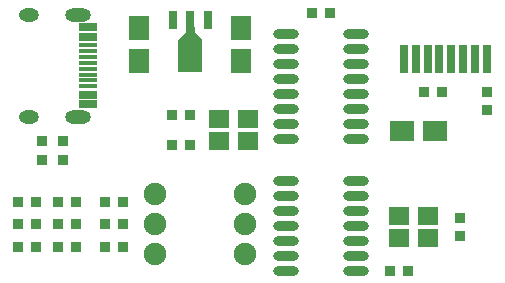
<source format=gts>
G04*
G04 #@! TF.GenerationSoftware,Altium Limited,Altium Designer,22.6.1 (34)*
G04*
G04 Layer_Color=8388736*
%FSLAX44Y44*%
%MOMM*%
G71*
G04*
G04 #@! TF.SameCoordinates,64BB26C1-36A9-42FA-8A83-9A0FAFC5C5BC*
G04*
G04*
G04 #@! TF.FilePolarity,Negative*
G04*
G01*
G75*
%ADD26R,0.9516X0.9516*%
%ADD27R,2.0066X1.8161*%
%ADD28R,1.7516X1.5016*%
%ADD29R,1.7516X1.5016*%
%ADD30R,0.9516X0.9516*%
%ADD31O,2.1844X0.8016*%
%ADD32R,0.8016X2.3556*%
%ADD33R,0.6858X1.6002*%
%ADD34R,0.7620X1.6002*%
%ADD35R,1.8161X2.0066*%
%ADD36R,1.6376X0.7016*%
%ADD37R,1.6376X0.4016*%
%ADD38O,1.9016X1.9016*%
%ADD39C,0.1016*%
%ADD40O,2.2016X1.1016*%
%ADD41O,1.7016X1.1016*%
G36*
X167232Y222751D02*
X167327Y222722D01*
X167416Y222674D01*
X167493Y222611D01*
X167556Y222534D01*
X167604Y222445D01*
X167633Y222350D01*
X167642Y222250D01*
Y218398D01*
X173843Y212197D01*
X173843Y212197D01*
X173906Y212120D01*
X173954Y212031D01*
X173983Y211936D01*
X173993Y211836D01*
Y185166D01*
X173983Y185066D01*
X173954Y184971D01*
X173906Y184882D01*
X173843Y184805D01*
X173766Y184742D01*
X173677Y184694D01*
X173582Y184665D01*
X173482Y184655D01*
X154178D01*
X154078Y184665D01*
X153983Y184694D01*
X153894Y184742D01*
X153817Y184805D01*
X153754Y184882D01*
X153706Y184971D01*
X153677Y185066D01*
X153667Y185166D01*
Y211836D01*
X153677Y211936D01*
X153706Y212031D01*
X153754Y212120D01*
X153817Y212197D01*
X160018Y218397D01*
Y222250D01*
X160027Y222350D01*
X160056Y222445D01*
X160104Y222534D01*
X160167Y222611D01*
X160244Y222674D01*
X160333Y222722D01*
X160428Y222751D01*
X160528Y222761D01*
X167132D01*
X167232Y222751D01*
D02*
G37*
D26*
X348110Y16510D02*
D03*
X332610D02*
D03*
X282070Y234950D02*
D03*
X266570D02*
D03*
X377320Y167640D02*
D03*
X361820D02*
D03*
X17650Y74930D02*
D03*
X33150D02*
D03*
X67440D02*
D03*
X51940D02*
D03*
X67440Y55880D02*
D03*
X51940D02*
D03*
X17650D02*
D03*
X33150D02*
D03*
X17650Y36830D02*
D03*
X33150D02*
D03*
X67440D02*
D03*
X51940D02*
D03*
X106810Y74930D02*
D03*
X91310D02*
D03*
Y55880D02*
D03*
X106810D02*
D03*
X91310Y36830D02*
D03*
X106810D02*
D03*
X163960Y148590D02*
D03*
X148460D02*
D03*
Y123190D02*
D03*
X163960D02*
D03*
D27*
X342900Y134620D02*
D03*
X370840D02*
D03*
D28*
X365311Y44089D02*
D03*
X212911Y126639D02*
D03*
D29*
X340809Y44089D02*
D03*
Y62591D02*
D03*
X365311D02*
D03*
X188409Y126639D02*
D03*
Y145141D02*
D03*
X212911D02*
D03*
D30*
X392430Y45590D02*
D03*
Y61090D02*
D03*
X415290Y152270D02*
D03*
Y167770D02*
D03*
X55880Y110360D02*
D03*
Y125860D02*
D03*
X38100D02*
D03*
Y110360D02*
D03*
D31*
X244554Y92710D02*
D03*
Y29210D02*
D03*
Y16510D02*
D03*
X304086Y92710D02*
D03*
Y29210D02*
D03*
Y16510D02*
D03*
X244554Y80010D02*
D03*
Y67310D02*
D03*
Y54610D02*
D03*
Y41910D02*
D03*
X304086Y80010D02*
D03*
Y67310D02*
D03*
Y54610D02*
D03*
Y41910D02*
D03*
Y128270D02*
D03*
Y140970D02*
D03*
Y204470D02*
D03*
Y217170D02*
D03*
X244554Y128270D02*
D03*
Y140970D02*
D03*
Y204470D02*
D03*
Y217170D02*
D03*
X304086Y153670D02*
D03*
Y166370D02*
D03*
Y179070D02*
D03*
Y191770D02*
D03*
X244554Y153670D02*
D03*
Y166370D02*
D03*
Y179070D02*
D03*
Y191770D02*
D03*
D32*
X414730Y195580D02*
D03*
X404730D02*
D03*
X394730D02*
D03*
X384730D02*
D03*
X374730D02*
D03*
X364730D02*
D03*
X354730D02*
D03*
X344730D02*
D03*
D33*
X148830Y228727D02*
D03*
X178830D02*
D03*
D34*
X163830D02*
D03*
D35*
X207010Y194310D02*
D03*
Y222250D02*
D03*
X120650Y194310D02*
D03*
Y222250D02*
D03*
D36*
X77470Y222500D02*
D03*
Y214500D02*
D03*
Y165500D02*
D03*
Y157500D02*
D03*
D37*
Y207500D02*
D03*
Y202500D02*
D03*
Y197500D02*
D03*
Y192500D02*
D03*
Y187500D02*
D03*
Y182500D02*
D03*
Y177500D02*
D03*
Y172500D02*
D03*
D38*
X210100Y30600D02*
D03*
Y56000D02*
D03*
Y81400D02*
D03*
X133900Y56000D02*
D03*
Y81400D02*
D03*
Y30600D02*
D03*
D39*
X63860Y161100D02*
D03*
Y218900D02*
D03*
D40*
X68860Y146800D02*
D03*
X68860Y233200D02*
D03*
D41*
X27360Y233200D02*
D03*
Y146800D02*
D03*
M02*

</source>
